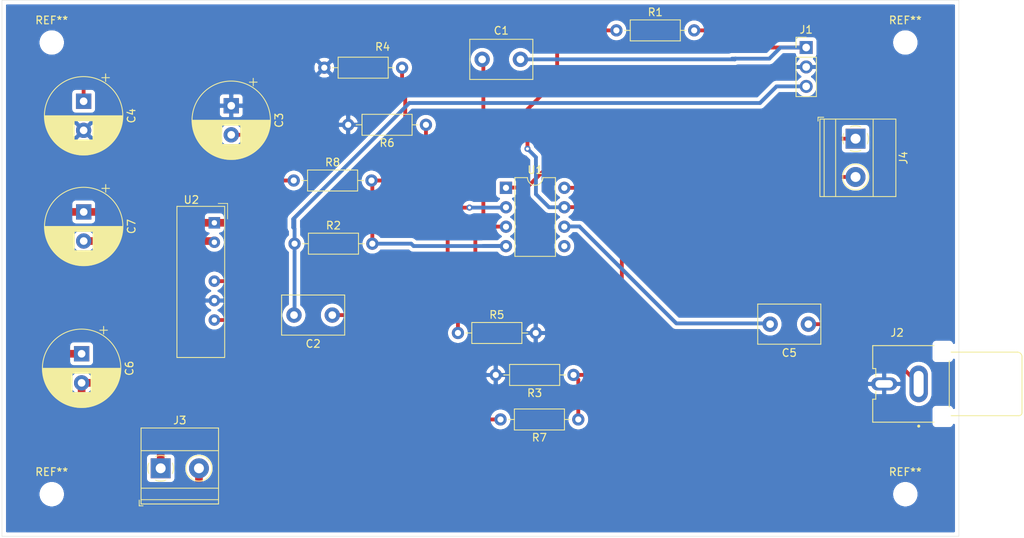
<source format=kicad_pcb>
(kicad_pcb (version 20171130) (host pcbnew 5.99.0+really5.1.10+dfsg1-1)
  (layers (0 F.Cu signal) (31 B.Cu signal) (34 B.Paste user) (35 F.Paste user) (36 B.SilkS user) (37 F.SilkS user) (38 B.Mask user) (39 F.Mask user) (44 Edge.Cuts user))
  (net 0 "")
  (net 1 "Net-(C1-Pad2)")
  (net 2 "Net-(C1-Pad1)")
  (net 3 "Net-(C2-Pad2)")
  (net 4 "Net-(C2-Pad1)")
  (net 5 -15V)
  (net 6 GND)
  (net 7 +15V)
  (net 8 "Net-(C5-Pad2)")
  (net 9 "Net-(C5-Pad1)")
  (net 10 "Net-(C6-Pad2)")
  (net 11 "Net-(C6-Pad1)")
  (net 12 "Net-(R7-Pad2)")
  (net 13 "Net-(R8-Pad1)")
  (net 14 "Net-(J4-Pad1)")
  (net 15 "Net-(J4-Pad2)")
  (net 16 "Net-(U1-Pad5)")
  (module Resistor_THT:R_Axial_DIN0207_L6.3mm_D2.5mm_P10.16mm_Horizontal (layer F.Cu) (at 120.10136 48.79086)
    (fp_text reference R4 (at 7.62 -2.72) (layer F.SilkS))
    (fp_text value 2.2K)
    (pad 2 thru_hole oval (at 10.16 0) (size 1.6 1.6) (drill 0.8) (layers *.Cu *.Mask) (net 5 -15V))
    (pad 1 thru_hole circle (at 0 0) (size 1.6 1.6) (drill 0.8) (layers *.Cu *.Mask) (net 6 GND))
  )
  (module Connector_PinHeader_2.54mm:PinHeader_1x03_P2.54mm_Vertical (layer F.Cu) (at 183.04764 46.15434)
    (fp_text reference J1 (at 0 -2.33) (layer F.SilkS))
    (fp_text value Conn_01x03)
    (pad 1 thru_hole rect (at 0 0) (size 1.7 1.7) (drill 1) (layers *.Cu *.Mask) (net 1 "Net-(C1-Pad2)"))
    (pad 2 thru_hole oval (at 0 2.54) (size 1.7 1.7) (drill 1) (layers *.Cu *.Mask) (net 6 GND))
    (pad 3 thru_hole oval (at 0 5.08) (size 1.7 1.7) (drill 1) (layers *.Cu *.Mask) (net 3 "Net-(C2-Pad2)"))
  )
  (module MountingHole:MountingHole_2.2mm_M2_DIN965 (layer F.Cu) (at 196 45.5)
    (fp_text reference REF** (at 0 -2.9) (layer F.SilkS))
    (fp_text value MountingHole_2.2mm_M2_DIN965)
    (pad 1 np_thru_hole circle (at 0 0) (size 2.2 2.2) (drill 2.2) (layers *.Cu *.Mask))
  )
  (module MountingHole:MountingHole_2.2mm_M2_DIN965 (layer F.Cu) (at 196 104.5)
    (fp_text reference REF** (at 0 -2.9) (layer F.SilkS))
    (fp_text value MountingHole_2.2mm_M2_DIN965)
    (pad 1 np_thru_hole circle (at 0 0) (size 2.2 2.2) (drill 2.2) (layers *.Cu *.Mask))
  )
  (module rca:CUI_RCJ-042 (layer F.Cu) (at 201.73696 90.09634)
    (fp_text reference J2 (at -6.814975 -6.686895) (layer F.SilkS) (effects (font (size 1.007819 1.007819))))
    (fp_text value Conn_Coaxial)
    (fp_line (start 0 3.35) (end -1.7 3.35) (layer Edge.Cuts) (width 0.0001))
    (fp_line (start 0 5.15) (end 0 3.35) (layer Edge.Cuts) (width 0.0001))
    (fp_line (start -1.7 5.15) (end 0 5.15) (layer Edge.Cuts) (width 0.0001))
    (fp_line (start -1.7 3.35) (end -1.7 5.15) (layer Edge.Cuts) (width 0.0001))
    (fp_line (start 0 -5.15) (end -1.7 -5.15) (layer Edge.Cuts) (width 0.0001))
    (fp_line (start 0 -3.35) (end 0 -5.15) (layer Edge.Cuts) (width 0.0001))
    (fp_line (start -1.7 -3.35) (end 0 -3.35) (layer Edge.Cuts) (width 0.0001))
    (fp_line (start -1.7 -5.15) (end -1.7 -3.35) (layer Edge.Cuts) (width 0.0001))
    (pad 1 thru_hole oval (at -4 0) (size 2.4 4.8) (drill oval 1.3 3.4) (layers *.Cu *.Mask) (net 9 "Net-(C5-Pad1)"))
    (pad 2 thru_hole oval (at -8.5 0) (size 3.4 1.7) (drill oval 2.3 1) (layers *.Cu *.Mask) (net 6 GND))
  )
  (module MountingHole:MountingHole_2.2mm_M2_DIN965 (layer F.Cu) (at 84.5 104.5)
    (fp_text reference REF** (at 0 -2.9) (layer F.SilkS))
    (fp_text value MountingHole_2.2mm_M2_DIN965)
    (pad 1 np_thru_hole circle (at 0 0) (size 2.2 2.2) (drill 2.2) (layers *.Cu *.Mask))
  )
  (module MountingHole:MountingHole_2.2mm_M2_DIN965 (layer F.Cu) (at 84.5 45.5)
    (fp_text reference REF** (at 0 -2.9) (layer F.SilkS))
    (fp_text value MountingHole_2.2mm_M2_DIN965)
    (pad 1 np_thru_hole circle (at 0 0) (size 2.2 2.2) (drill 2.2) (layers *.Cu *.Mask))
  )
  (module Capacitor_THT:CP_Radial_D10.0mm_P3.80mm (layer F.Cu) (at 88.40216 86.15934 270)
    (fp_text reference C6 (at 1.9 -6.25 90) (layer F.SilkS))
    (fp_text value 2200uF)
    (pad 1 thru_hole rect (at 0 0 270) (size 2 2) (drill 1) (layers *.Cu *.Mask) (net 11 "Net-(C6-Pad1)"))
    (pad 2 thru_hole circle (at 3.8 0 270) (size 2 2) (drill 1) (layers *.Cu *.Mask) (net 10 "Net-(C6-Pad2)"))
  )
  (module Capacitor_THT:CP_Radial_D10.0mm_P3.80mm (layer F.Cu) (at 88.67394 67.63258 270)
    (fp_text reference C7 (at 1.9 -6.25 90) (layer F.SilkS))
    (fp_text value 2200uF)
    (pad 2 thru_hole circle (at 3.8 0 270) (size 2 2) (drill 1) (layers *.Cu *.Mask) (net 10 "Net-(C6-Pad2)"))
    (pad 1 thru_hole rect (at 0 0 270) (size 2 2) (drill 1) (layers *.Cu *.Mask) (net 11 "Net-(C6-Pad1)"))
  )
  (module TerminalBlock_Phoenix:TerminalBlock_Phoenix_MKDS-1,5-2_1x02_P5.00mm_Horizontal (layer F.Cu) (at 189.4967 58.06694 270)
    (fp_text reference J4 (at 2.5 -6.26 90) (layer F.SilkS))
    (fp_text value Conn_01x02)
    (pad 1 thru_hole rect (at 0 0 270) (size 2.6 2.6) (drill 1.3) (layers *.Cu *.Mask) (net 14 "Net-(J4-Pad1)"))
    (pad 2 thru_hole circle (at 5 0 270) (size 2.6 2.6) (drill 1.3) (layers *.Cu *.Mask) (net 15 "Net-(J4-Pad2)"))
  )
  (module Converter_DCDC:Converter_DCDC_muRata_NMAxxxxSC_THT (layer F.Cu) (at 105.7402 69.05244)
    (fp_text reference U2 (at -3 -3) (layer F.SilkS))
    (fp_text value NMA0515SC)
    (pad 1 thru_hole rect (at 0 0) (size 1.5 1.5) (drill 0.7) (layers *.Cu *.Mask) (net 11 "Net-(C6-Pad1)"))
    (pad 2 thru_hole oval (at 0 2.54) (size 1.5 1.5) (drill 0.7) (layers *.Cu *.Mask) (net 10 "Net-(C6-Pad2)"))
    (pad 4 thru_hole oval (at 0 7.62) (size 1.5 1.5) (drill 0.7) (layers *.Cu *.Mask) (net 13 "Net-(R8-Pad1)"))
    (pad 5 thru_hole oval (at 0 10.16) (size 1.5 1.5) (drill 0.7) (layers *.Cu *.Mask) (net 6 GND))
    (pad 6 thru_hole oval (at 0 12.7) (size 1.5 1.5) (drill 0.7) (layers *.Cu *.Mask) (net 12 "Net-(R7-Pad2)"))
  )
  (module Capacitor_THT:CP_Radial_D10.0mm_P3.80mm (layer F.Cu) (at 107.94746 53.7591 270)
    (fp_text reference C3 (at 1.9 -6.25 90) (layer F.SilkS))
    (fp_text value 2200uF)
    (pad 1 thru_hole rect (at 0 0 270) (size 2 2) (drill 1) (layers *.Cu *.Mask) (net 6 GND))
    (pad 2 thru_hole circle (at 3.8 0 270) (size 2 2) (drill 1) (layers *.Cu *.Mask) (net 5 -15V))
  )
  (module Capacitor_THT:CP_Radial_D10.0mm_P3.80mm (layer F.Cu) (at 88.66378 53.1749 270)
    (fp_text reference C4 (at 1.9 -6.25 90) (layer F.SilkS))
    (fp_text value 2200uF)
    (pad 2 thru_hole circle (at 3.8 0 270) (size 2 2) (drill 1) (layers *.Cu *.Mask) (net 6 GND))
    (pad 1 thru_hole rect (at 0 0 270) (size 2 2) (drill 1) (layers *.Cu *.Mask) (net 7 +15V))
  )
  (module TerminalBlock_Phoenix:TerminalBlock_Phoenix_MKDS-1,5-2_1x02_P5.00mm_Horizontal (layer F.Cu) (at 98.7298 101.1174)
    (fp_text reference J3 (at 2.5 -6.26) (layer F.SilkS))
    (fp_text value Conn_01x02)
    (pad 1 thru_hole rect (at 0 0) (size 2.6 2.6) (drill 1.3) (layers *.Cu *.Mask) (net 11 "Net-(C6-Pad1)"))
    (pad 2 thru_hole circle (at 5 0) (size 2.6 2.6) (drill 1.3) (layers *.Cu *.Mask) (net 10 "Net-(C6-Pad2)"))
  )
  (module Package_DIP:DIP-8_W7.62mm (layer F.Cu) (at 143.83258 64.48298)
    (fp_text reference U1 (at 3.81 -2.33) (layer F.SilkS))
    (fp_text value THAT1512)
    (pad 1 thru_hole rect (at 0 0) (size 1.6 1.6) (drill 0.8) (layers *.Cu *.Mask) (net 14 "Net-(J4-Pad1)"))
    (pad 5 thru_hole oval (at 7.62 7.62) (size 1.6 1.6) (drill 0.8) (layers *.Cu *.Mask) (net 16 "Net-(U1-Pad5)"))
    (pad 2 thru_hole oval (at 0 2.54) (size 1.6 1.6) (drill 0.8) (layers *.Cu *.Mask) (net 4 "Net-(C2-Pad1)"))
    (pad 6 thru_hole oval (at 7.62 5.08) (size 1.6 1.6) (drill 0.8) (layers *.Cu *.Mask) (net 8 "Net-(C5-Pad2)"))
    (pad 3 thru_hole oval (at 0 5.08) (size 1.6 1.6) (drill 0.8) (layers *.Cu *.Mask) (net 2 "Net-(C1-Pad1)"))
    (pad 7 thru_hole oval (at 7.62 2.54) (size 1.6 1.6) (drill 0.8) (layers *.Cu *.Mask) (net 7 +15V))
    (pad 4 thru_hole oval (at 0 7.62) (size 1.6 1.6) (drill 0.8) (layers *.Cu *.Mask) (net 5 -15V))
    (pad 8 thru_hole oval (at 7.62 0) (size 1.6 1.6) (drill 0.8) (layers *.Cu *.Mask) (net 15 "Net-(J4-Pad2)"))
  )
  (module Capacitor_THT:C_Disc_D8.0mm_W5.0mm_P5.00mm (layer F.Cu) (at 140.72108 47.70374)
    (fp_text reference C1 (at 2.5 -3.75) (layer F.SilkS))
    (fp_text value 22uF)
    (pad 2 thru_hole circle (at 5 0) (size 2 2) (drill 1) (layers *.Cu *.Mask) (net 1 "Net-(C1-Pad2)"))
    (pad 1 thru_hole circle (at 0 0) (size 2 2) (drill 1) (layers *.Cu *.Mask) (net 2 "Net-(C1-Pad1)"))
  )
  (module Capacitor_THT:C_Disc_D8.0mm_W5.0mm_P5.00mm (layer F.Cu) (at 121.1453 81.10728 180)
    (fp_text reference C2 (at 2.5 -3.75) (layer F.SilkS))
    (fp_text value 22uF)
    (pad 1 thru_hole circle (at 0 0 180) (size 2 2) (drill 1) (layers *.Cu *.Mask) (net 4 "Net-(C2-Pad1)"))
    (pad 2 thru_hole circle (at 5 0 180) (size 2 2) (drill 1) (layers *.Cu *.Mask) (net 3 "Net-(C2-Pad2)"))
  )
  (module Capacitor_THT:C_Disc_D8.0mm_W5.0mm_P5.00mm (layer F.Cu) (at 183.3372 82.29092 180)
    (fp_text reference C5 (at 2.5 -3.75) (layer F.SilkS))
    (fp_text value 22uF)
    (pad 1 thru_hole circle (at 0 0 180) (size 2 2) (drill 1) (layers *.Cu *.Mask) (net 9 "Net-(C5-Pad1)"))
    (pad 2 thru_hole circle (at 5 0 180) (size 2 2) (drill 1) (layers *.Cu *.Mask) (net 8 "Net-(C5-Pad2)"))
  )
  (module Resistor_THT:R_Axial_DIN0207_L6.3mm_D2.5mm_P10.16mm_Horizontal (layer F.Cu) (at 158.25724 43.9166)
    (fp_text reference R1 (at 5.08 -2.37) (layer F.SilkS))
    (fp_text value 2.2K)
    (pad 1 thru_hole circle (at 0 0) (size 1.6 1.6) (drill 0.8) (layers *.Cu *.Mask) (net 7 +15V))
    (pad 2 thru_hole oval (at 10.16 0) (size 1.6 1.6) (drill 0.8) (layers *.Cu *.Mask) (net 1 "Net-(C1-Pad2)"))
  )
  (module Resistor_THT:R_Axial_DIN0207_L6.3mm_D2.5mm_P10.16mm_Horizontal (layer F.Cu) (at 116.2177 71.7804)
    (fp_text reference R2 (at 5.08 -2.37) (layer F.SilkS))
    (fp_text value 2.2K)
    (pad 1 thru_hole circle (at 0 0) (size 1.6 1.6) (drill 0.8) (layers *.Cu *.Mask) (net 3 "Net-(C2-Pad2)"))
    (pad 2 thru_hole oval (at 10.16 0) (size 1.6 1.6) (drill 0.8) (layers *.Cu *.Mask) (net 5 -15V))
  )
  (module Resistor_THT:R_Axial_DIN0207_L6.3mm_D2.5mm_P10.16mm_Horizontal (layer F.Cu) (at 152.65654 88.92286 180)
    (fp_text reference R3 (at 5.08 -2.37) (layer F.SilkS))
    (fp_text value 2.2K)
    (pad 2 thru_hole oval (at 10.16 0 180) (size 1.6 1.6) (drill 0.8) (layers *.Cu *.Mask) (net 6 GND))
    (pad 1 thru_hole circle (at 0 0 180) (size 1.6 1.6) (drill 0.8) (layers *.Cu *.Mask) (net 7 +15V))
  )
  (module Resistor_THT:R_Axial_DIN0207_L6.3mm_D2.5mm_P10.16mm_Horizontal (layer F.Cu) (at 137.55878 83.44408)
    (fp_text reference R5 (at 5.08 -2.37) (layer F.SilkS))
    (fp_text value 3.9K)
    (pad 2 thru_hole oval (at 10.16 0) (size 1.6 1.6) (drill 0.8) (layers *.Cu *.Mask) (net 6 GND))
    (pad 1 thru_hole circle (at 0 0) (size 1.6 1.6) (drill 0.8) (layers *.Cu *.Mask) (net 2 "Net-(C1-Pad1)"))
  )
  (module Resistor_THT:R_Axial_DIN0207_L6.3mm_D2.5mm_P10.16mm_Horizontal (layer F.Cu) (at 133.38048 56.25084 180)
    (fp_text reference R6 (at 5.08 -2.37) (layer F.SilkS))
    (fp_text value 3.9K)
    (pad 1 thru_hole circle (at 0 0 180) (size 1.6 1.6) (drill 0.8) (layers *.Cu *.Mask) (net 4 "Net-(C2-Pad1)"))
    (pad 2 thru_hole oval (at 10.16 0 180) (size 1.6 1.6) (drill 0.8) (layers *.Cu *.Mask) (net 6 GND))
  )
  (module Resistor_THT:R_Axial_DIN0207_L6.3mm_D2.5mm_P10.16mm_Horizontal (layer F.Cu) (at 153.27884 94.73946 180)
    (fp_text reference R7 (at 5.08 -2.37) (layer F.SilkS))
    (fp_text value 100)
    (pad 1 thru_hole circle (at 0 0 180) (size 1.6 1.6) (drill 0.8) (layers *.Cu *.Mask) (net 7 +15V))
    (pad 2 thru_hole oval (at 10.16 0 180) (size 1.6 1.6) (drill 0.8) (layers *.Cu *.Mask) (net 12 "Net-(R7-Pad2)"))
  )
  (module Resistor_THT:R_Axial_DIN0207_L6.3mm_D2.5mm_P10.16mm_Horizontal (layer F.Cu) (at 116.10848 63.52794)
    (fp_text reference R8 (at 5.08 -2.37) (layer F.SilkS))
    (fp_text value 100)
    (pad 2 thru_hole oval (at 10.16 0) (size 1.6 1.6) (drill 0.8) (layers *.Cu *.Mask) (net 5 -15V))
    (pad 1 thru_hole circle (at 0 0) (size 1.6 1.6) (drill 0.8) (layers *.Cu *.Mask) (net 13 "Net-(R8-Pad1)"))
  )
  (gr_line (start 203 110) (end 203 40) (layer Edge.Cuts) (width 0.05))
  (gr_text -15 (at 111.10722 77.6097) (layer F.Cu) (effects (font (size 1.5 1.5) (thickness 0.3))))
  (gr_text +15 (at 113.77168 87.62238) (layer F.Cu) (effects (font (size 1.5 1.5) (thickness 0.3))))
  (gr_text "DIY PERKS MICROPHONE AMP" (at 149.29866 102.59822) (layer F.Cu) (effects (font (size 1.5 1.5) (thickness 0.3))))
  (gr_text - (at 109.03966 98.21164) (layer F.Cu) (effects (font (size 1.5 1.5) (thickness 0.3))))
  (gr_text + (at 93.4593 98.11004) (layer F.Cu) (effects (font (size 1.5 1.5) (thickness 0.3))))
  (gr_line (start 78 110) (end 78 40) (layer Edge.Cuts) (width 0.05))
  (gr_line (start 203 110) (end 78 110) (layer Edge.Cuts) (width 0.05))
  (gr_line (start 78 40) (end 203 40) (layer Edge.Cuts) (width 0.05))
  (gr_text "Power In" (at 114.94262 102.96652) (layer F.Cu) (effects (font (size 1.5 1.5) (thickness 0.3))))
  (gr_text "Audio Output" (at 193.54292 78.73492) (layer F.Cu) (effects (font (size 1.5 1.5) (thickness 0.3))))
  (gr_text "Vol Adjust\n" (at 190.92164 69.49694) (layer F.Cu) (effects (font (size 1.5 1.5) (thickness 0.3))))
  (gr_text "Mic In" (at 189.98184 49.87798) (layer F.Cu) (effects (font (size 1.5 1.5) (thickness 0.3))))
  (segment (start 179.68468 46.15434) (end 183.04764 46.15434) (width 0.5) (layer B.Cu) (net 1))
  (segment (start 178.22672 47.6123) (end 179.68468 46.15434) (width 0.5) (layer B.Cu) (net 1))
  (segment (start 177.19294 46.15434) (end 183.04764 46.15434) (width 0.5) (layer F.Cu) (net 1))
  (segment (start 174.9552 43.9166) (end 177.19294 46.15434) (width 0.5) (layer F.Cu) (net 1))
  (segment (start 173.72076 47.70374) (end 173.8122 47.6123) (width 0.5) (layer B.Cu) (net 1))
  (segment (start 145.72108 47.70374) (end 173.72076 47.70374) (width 0.5) (layer B.Cu) (net 1))
  (segment (start 173.8122 47.6123) (end 178.22672 47.6123) (width 0.5) (layer B.Cu) (net 1))
  (segment (start 173.35754 47.6123) (end 173.8122 47.6123) (width 0.5) (layer B.Cu) (net 1))
  (segment (start 168.41724 43.9166) (end 173.82744 43.9166) (width 0.5) (layer F.Cu) (net 1))
  (segment (start 173.82744 43.9166) (end 174.9552 43.9166) (width 0.5) (layer F.Cu) (net 1))
  (segment (start 170.95724 43.9166) (end 173.82744 43.9166) (width 0.5) (layer F.Cu) (net 1))
  (segment (start 137.55878 83.44408) (end 137.55878 80.4926) (width 0.5) (layer F.Cu) (net 2))
  (segment (start 137.55878 80.4926) (end 139.83208 78.2193) (width 0.5) (layer F.Cu) (net 2))
  (segment (start 139.83208 78.2193) (end 139.83208 70.52056) (width 0.5) (layer F.Cu) (net 2))
  (segment (start 143.43634 69.28612) (end 143.68018 69.52996) (width 0.5) (layer F.Cu) (net 2))
  (segment (start 140.90142 69.54774) (end 143.8529 69.54774) (width 0.5) (layer F.Cu) (net 2))
  (segment (start 140.87856 69.52488) (end 140.90142 69.54774) (width 0.5) (layer F.Cu) (net 2))
  (segment (start 140.87856 57.8739) (end 140.87856 69.52488) (width 0.5) (layer F.Cu) (net 2))
  (segment (start 140.80744 57.80278) (end 140.87856 57.8739) (width 0.5) (layer F.Cu) (net 2))
  (segment (start 139.88288 70.52056) (end 140.87856 69.52488) (width 0.5) (layer F.Cu) (net 2))
  (segment (start 139.83208 70.52056) (end 139.88288 70.52056) (width 0.5) (layer F.Cu) (net 2))
  (segment (start 140.87856 47.86122) (end 140.72108 47.70374) (width 0.5) (layer F.Cu) (net 2))
  (segment (start 140.87856 57.8739) (end 140.87856 47.86122) (width 0.5) (layer F.Cu) (net 2))
  (segment (start 116.19484 69.57568) (end 116.19484 68.4149) (width 0.5) (layer B.Cu) (net 3))
  (segment (start 116.2177 71.7804) (end 116.2177 69.82714) (width 0.5) (layer B.Cu) (net 3))
  (segment (start 116.2177 69.82714) (end 116.0399 69.64934) (width 0.5) (layer B.Cu) (net 3))
  (segment (start 116.0399 68.56984) (end 117.18671 67.42303) (width 0.5) (layer B.Cu) (net 3))
  (segment (start 116.0399 69.64934) (end 116.0399 68.56984) (width 0.5) (layer B.Cu) (net 3))
  (segment (start 116.19484 68.4149) (end 117.18671 67.42303) (width 0.5) (layer B.Cu) (net 3))
  (segment (start 116.1434 71.8547) (end 116.2177 71.7804) (width 0.5) (layer F.Cu) (net 3))
  (segment (start 179.17922 51.23434) (end 183.04764 51.23434) (width 0.5) (layer B.Cu) (net 3))
  (segment (start 177.009841 53.403719) (end 179.17922 51.23434) (width 0.5) (layer B.Cu) (net 3))
  (segment (start 131.206021 53.403719) (end 177.009841 53.403719) (width 0.5) (layer B.Cu) (net 3))
  (segment (start 117.18671 67.42303) (end 131.206021 53.403719) (width 0.5) (layer B.Cu) (net 3))
  (segment (start 116.2177 81.03488) (end 116.1453 81.10728) (width 0.5) (layer B.Cu) (net 3))
  (segment (start 116.2177 71.7804) (end 116.2177 81.03488) (width 0.5) (layer B.Cu) (net 3))
  (segment (start 133.7183 75.6412) (end 129.65938 75.6412) (width 0.5) (layer F.Cu) (net 4))
  (segment (start 127.39751 77.90307) (end 127.20574 78.09484) (width 0.5) (layer F.Cu) (net 4))
  (segment (start 129.65938 75.6412) (end 127.39751 77.90307) (width 0.5) (layer F.Cu) (net 4))
  (segment (start 134.06628 75.6412) (end 134.22122 75.6412) (width 0.5) (layer F.Cu) (net 4))
  (segment (start 134.3152 75.6412) (end 134.06628 75.6412) (width 0.5) (layer F.Cu) (net 4))
  (segment (start 134.06628 75.6412) (end 133.7183 75.6412) (width 0.5) (layer F.Cu) (net 4))
  (segment (start 134.22122 75.6412) (end 136.21766 73.64476) (width 0.5) (layer F.Cu) (net 4))
  (segment (start 139.05992 67.07378) (end 139.06754 67.06616) (width 0.5) (layer F.Cu) (net 4))
  (segment (start 136.21766 67.07378) (end 139.05992 67.07378) (width 0.5) (layer F.Cu) (net 4))
  (via (at 139.06754 67.06616) (size 0.8) (drill 0.4) (layers F.Cu B.Cu) (net 4))
  (segment (start 143.7894 67.06616) (end 143.83258 67.02298) (width 0.5) (layer B.Cu) (net 4))
  (segment (start 139.06754 67.06616) (end 143.7894 67.06616) (width 0.5) (layer B.Cu) (net 4))
  (segment (start 127.34925 77.90307) (end 127.39751 77.90307) (width 0.5) (layer F.Cu) (net 4))
  (segment (start 124.14504 81.10728) (end 127.34925 77.90307) (width 0.5) (layer F.Cu) (net 4))
  (segment (start 121.1453 81.10728) (end 124.14504 81.10728) (width 0.5) (layer F.Cu) (net 4))
  (segment (start 133.38048 56.25084) (end 133.38048 59.2455) (width 0.5) (layer F.Cu) (net 4))
  (segment (start 136.21766 62.08268) (end 136.21766 67.4624) (width 0.5) (layer F.Cu) (net 4))
  (segment (start 133.38048 59.2455) (end 136.21766 62.08268) (width 0.5) (layer F.Cu) (net 4))
  (segment (start 136.21766 67.4624) (end 136.21766 67.07378) (width 0.5) (layer F.Cu) (net 4))
  (segment (start 136.21766 73.64476) (end 136.21766 67.4624) (width 0.5) (layer F.Cu) (net 4))
  (segment (start 115.554541 55.095359) (end 117.70868 52.94122) (width 0.5) (layer F.Cu) (net 5))
  (segment (start 115.465641 55.095359) (end 115.554541 55.095359) (width 0.5) (layer F.Cu) (net 5))
  (segment (start 113.0019 57.5591) (end 115.465641 55.095359) (width 0.5) (layer F.Cu) (net 5))
  (segment (start 107.94746 57.5591) (end 113.0019 57.5591) (width 0.5) (layer F.Cu) (net 5))
  (segment (start 140.85062 72.06996) (end 143.68018 72.06996) (width 0.5) (layer B.Cu) (net 5))
  (segment (start 143.8529 72.08774) (end 131.76504 72.08774) (width 0.5) (layer B.Cu) (net 5))
  (segment (start 117.70868 52.94122) (end 117.73916 52.94122) (width 0.5) (layer F.Cu) (net 5))
  (segment (start 117.73916 52.94122) (end 118.18112 52.49926) (width 0.5) (layer F.Cu) (net 5))
  (segment (start 130.67284 52.50688) (end 130.66522 52.49926) (width 0.5) (layer F.Cu) (net 5))
  (segment (start 126.3777 63.63716) (end 126.26848 63.52794) (width 0.5) (layer F.Cu) (net 5))
  (segment (start 126.3777 71.7804) (end 126.3777 63.63716) (width 0.5) (layer F.Cu) (net 5))
  (segment (start 129.1209 63.52794) (end 130.67284 61.976) (width 0.5) (layer F.Cu) (net 5))
  (segment (start 126.26848 63.52794) (end 129.1209 63.52794) (width 0.5) (layer F.Cu) (net 5))
  (segment (start 131.4577 71.7804) (end 131.76504 72.08774) (width 0.5) (layer B.Cu) (net 5))
  (segment (start 126.3777 71.7804) (end 131.4577 71.7804) (width 0.5) (layer B.Cu) (net 5))
  (segment (start 130.26136 52.0954) (end 130.67284 52.50688) (width 0.5) (layer F.Cu) (net 5))
  (segment (start 130.26136 48.79086) (end 130.26136 52.0954) (width 0.5) (layer F.Cu) (net 5))
  (segment (start 130.5687 52.49926) (end 130.67284 52.6034) (width 0.5) (layer F.Cu) (net 5))
  (segment (start 118.18112 52.49926) (end 130.5687 52.49926) (width 0.5) (layer F.Cu) (net 5))
  (segment (start 130.67284 52.6034) (end 130.67284 52.50688) (width 0.5) (layer F.Cu) (net 5))
  (segment (start 130.67284 61.976) (end 130.67284 52.6034) (width 0.5) (layer F.Cu) (net 5))
  (segment (start 107.69282 53.50446) (end 107.94746 53.7591) (width 0.25) (layer F.Cu) (net 6))
  (segment (start 163.25722 92.35568) (end 163.52648 92.35568) (width 0.25) (layer B.Cu) (net 6))
  (segment (start 106.12374 78.8289) (end 105.7402 79.21244) (width 0.25) (layer F.Cu) (net 6))
  (segment (start 157.51998 67.00774) (end 158.9672 68.45496) (width 0.5) (layer F.Cu) (net 7))
  (segment (start 151.4729 67.00774) (end 157.51998 67.00774) (width 0.5) (layer F.Cu) (net 7))
  (via (at 146.64182 59.3852) (size 0.8) (drill 0.4) (layers F.Cu B.Cu) (net 7))
  (segment (start 88.66378 48.51146) (end 92.59316 44.58208) (width 0.5) (layer F.Cu) (net 7))
  (segment (start 88.66378 53.1749) (end 88.66378 48.51146) (width 0.5) (layer F.Cu) (net 7))
  (segment (start 158.9672 68.5686) (end 158.9672 68.45496) (width 0.5) (layer F.Cu) (net 7))
  (segment (start 158.9672 84.8093) (end 158.9672 68.45496) (width 0.5) (layer F.Cu) (net 7))
  (segment (start 146.64182 59.3852) (end 147.74418 60.48756) (width 0.5) (layer B.Cu) (net 7))
  (segment (start 144.41678 42.68216) (end 94.49308 42.68216) (width 0.5) (layer F.Cu) (net 7))
  (segment (start 146.39036 44.65574) (end 144.41678 42.68216) (width 0.5) (layer F.Cu) (net 7))
  (segment (start 94.49308 42.68216) (end 92.59316 44.58208) (width 0.5) (layer F.Cu) (net 7))
  (segment (start 146.64182 57.80024) (end 146.39036 57.54878) (width 0.5) (layer F.Cu) (net 7))
  (segment (start 146.64182 59.3852) (end 146.64182 57.80024) (width 0.5) (layer F.Cu) (net 7))
  (segment (start 155.01112 43.9166) (end 158.25724 43.9166) (width 0.5) (layer F.Cu) (net 7))
  (segment (start 154.27198 44.65574) (end 155.01112 43.9166) (width 0.5) (layer F.Cu) (net 7))
  (segment (start 147.74418 60.48756) (end 147.74418 65.31102) (width 0.5) (layer B.Cu) (net 7))
  (segment (start 149.45614 67.02298) (end 151.45258 67.02298) (width 0.5) (layer B.Cu) (net 7))
  (segment (start 147.74418 65.31102) (end 149.45614 67.02298) (width 0.5) (layer B.Cu) (net 7))
  (segment (start 153.27884 89.54516) (end 152.65654 88.92286) (width 0.5) (layer F.Cu) (net 7))
  (segment (start 153.27884 94.73946) (end 153.27884 89.54516) (width 0.5) (layer F.Cu) (net 7))
  (segment (start 154.85364 88.92286) (end 158.9672 84.8093) (width 0.5) (layer F.Cu) (net 7))
  (segment (start 152.65654 88.92286) (end 154.85364 88.92286) (width 0.5) (layer F.Cu) (net 7))
  (segment (start 146.39036 57.54878) (end 146.39036 54.4703) (width 0.5) (layer F.Cu) (net 7))
  (segment (start 150.51786 50.3428) (end 150.51786 44.65574) (width 0.5) (layer F.Cu) (net 7))
  (segment (start 146.39036 54.4703) (end 150.51786 50.3428) (width 0.5) (layer F.Cu) (net 7))
  (segment (start 150.51786 44.65574) (end 154.27198 44.65574) (width 0.5) (layer F.Cu) (net 7))
  (segment (start 146.39036 44.65574) (end 150.51786 44.65574) (width 0.5) (layer F.Cu) (net 7))
  (segment (start 178.2972 82.1944) (end 166.26586 82.1944) (width 0.5) (layer B.Cu) (net 8))
  (segment (start 166.08806 82.1944) (end 166.26586 82.1944) (width 0.25) (layer B.Cu) (net 8))
  (segment (start 153.42362 69.52996) (end 166.08806 82.1944) (width 0.5) (layer B.Cu) (net 8))
  (segment (start 151.30018 69.52996) (end 153.42362 69.52996) (width 0.5) (layer B.Cu) (net 8))
  (segment (start 194.3735 85.73008) (end 194.3735 86.73288) (width 0.5) (layer F.Cu) (net 9))
  (segment (start 194.3735 86.73288) (end 197.73696 90.09634) (width 0.5) (layer F.Cu) (net 9))
  (segment (start 183.3372 82.29092) (end 190.93434 82.29092) (width 0.5) (layer F.Cu) (net 9))
  (segment (start 190.94196 82.29854) (end 194.3735 85.73008) (width 0.5) (layer F.Cu) (net 9))
  (segment (start 190.93434 82.29092) (end 190.94196 82.29854) (width 0.5) (layer F.Cu) (net 9))
  (segment (start 190.83782 82.1944) (end 190.94196 82.29854) (width 0.5) (layer F.Cu) (net 9))
  (segment (start 94.74708 71.59244) (end 94.79534 71.59244) (width 0.25) (layer F.Cu) (net 10))
  (segment (start 88.8338 71.59244) (end 88.67394 71.43258) (width 0.25) (layer F.Cu) (net 10))
  (segment (start 94.37624 71.59244) (end 94.57182 71.59244) (width 0.25) (layer F.Cu) (net 10))
  (segment (start 94.57182 71.59244) (end 94.74708 71.59244) (width 0.25) (layer F.Cu) (net 10))
  (segment (start 94.73184 71.65594) (end 94.79534 71.59244) (width 0.25) (layer F.Cu) (net 10))
  (segment (start 105.58034 71.43258) (end 105.7402 71.59244) (width 1) (layer F.Cu) (net 10))
  (segment (start 88.40216 89.95934) (end 90.67784 89.95934) (width 1) (layer F.Cu) (net 10))
  (segment (start 90.67784 89.95934) (end 95.8061 84.83108) (width 1) (layer F.Cu) (net 10))
  (segment (start 95.8061 84.83108) (end 95.8061 71.43258) (width 1) (layer F.Cu) (net 10))
  (segment (start 95.8061 71.43258) (end 105.58034 71.43258) (width 1) (layer F.Cu) (net 10))
  (segment (start 88.67394 71.43258) (end 95.8061 71.43258) (width 1) (layer F.Cu) (net 10))
  (segment (start 88.40216 89.95934) (end 88.40216 100.93706) (width 1) (layer F.Cu) (net 10))
  (segment (start 88.40216 100.93706) (end 93.00972 105.54462) (width 1) (layer F.Cu) (net 10))
  (segment (start 93.00972 105.54462) (end 102.85476 105.54462) (width 1) (layer F.Cu) (net 10))
  (segment (start 103.7298 104.66958) (end 103.7298 101.1174) (width 1) (layer F.Cu) (net 10))
  (segment (start 102.85476 105.54462) (end 103.7298 104.66958) (width 1) (layer F.Cu) (net 10))
  (segment (start 98.60938 98.213) (end 98.60938 77.01384) (width 1) (layer F.Cu) (net 11))
  (segment (start 98.7298 98.33342) (end 98.60938 98.213) (width 0.25) (layer F.Cu) (net 11))
  (segment (start 98.7298 101.1174) (end 98.7298 98.33342) (width 1) (layer F.Cu) (net 11))
  (segment (start 98.60938 77.01384) (end 98.8822 76.74102) (width 0.25) (layer F.Cu) (net 11))
  (segment (start 98.78568 76.83754) (end 98.8822 76.74102) (width 0.25) (layer F.Cu) (net 11))
  (segment (start 107.96524 69.05244) (end 105.7402 69.05244) (width 1) (layer F.Cu) (net 11))
  (segment (start 108.79836 69.50202) (end 108.34878 69.05244) (width 1) (layer F.Cu) (net 11))
  (segment (start 108.79836 72.89038) (end 108.79836 69.50202) (width 1) (layer F.Cu) (net 11))
  (segment (start 108.04398 73.64476) (end 108.79836 72.89038) (width 1) (layer F.Cu) (net 11))
  (segment (start 108.04398 73.90638) (end 108.04398 73.64476) (width 1) (layer F.Cu) (net 11))
  (segment (start 101.71684 73.90638) (end 108.04398 73.90638) (width 1) (layer F.Cu) (net 11))
  (segment (start 108.34878 69.05244) (end 107.96524 69.05244) (width 1) (layer F.Cu) (net 11))
  (segment (start 98.8822 76.74102) (end 101.71684 73.90638) (width 1) (layer F.Cu) (net 11))
  (segment (start 88.67394 67.63258) (end 101.30028 67.63258) (width 1) (layer F.Cu) (net 11))
  (segment (start 102.72014 69.05244) (end 105.7402 69.05244) (width 1) (layer F.Cu) (net 11))
  (segment (start 101.30028 67.63258) (end 102.72014 69.05244) (width 1) (layer F.Cu) (net 11))
  (segment (start 88.67394 67.63258) (end 86.24062 67.63258) (width 1) (layer F.Cu) (net 11))
  (segment (start 86.24062 67.63258) (end 84.44738 69.42582) (width 1) (layer F.Cu) (net 11))
  (segment (start 85.7758 86.15934) (end 88.40216 86.15934) (width 1) (layer F.Cu) (net 11))
  (segment (start 84.44738 84.83092) (end 85.7758 86.15934) (width 1) (layer F.Cu) (net 11))
  (segment (start 84.44738 69.42582) (end 84.44738 84.83092) (width 1) (layer F.Cu) (net 11))
  (segment (start 111.00816 89.67216) (end 116.07546 94.73946) (width 0.5) (layer F.Cu) (net 12))
  (segment (start 111.00816 84.36864) (end 111.00816 89.67216) (width 0.5) (layer F.Cu) (net 12))
  (segment (start 108.39196 81.75244) (end 111.00816 84.36864) (width 0.5) (layer F.Cu) (net 12))
  (segment (start 105.7402 81.75244) (end 108.39196 81.75244) (width 0.5) (layer F.Cu) (net 12))
  (segment (start 116.07546 94.73946) (end 115.86718 94.73946) (width 0.5) (layer F.Cu) (net 12))
  (segment (start 143.11884 94.73946) (end 138.4046 94.73946) (width 0.5) (layer F.Cu) (net 12))
  (segment (start 138.4046 94.73946) (end 137.64768 94.73946) (width 0.5) (layer F.Cu) (net 12))
  (segment (start 137.64768 94.73946) (end 116.07546 94.73946) (width 0.5) (layer F.Cu) (net 12))
  (segment (start 138.03884 94.73946) (end 137.64768 94.73946) (width 0.5) (layer F.Cu) (net 12))
  (segment (start 105.7402 76.67244) (end 108.94568 76.67244) (width 0.5) (layer F.Cu) (net 13))
  (segment (start 108.94568 76.67244) (end 110.88116 74.73696) (width 0.5) (layer F.Cu) (net 13))
  (segment (start 110.88116 74.73696) (end 110.88116 66.2051) (width 0.5) (layer F.Cu) (net 13))
  (segment (start 113.55832 63.52794) (end 116.10848 63.52794) (width 0.5) (layer F.Cu) (net 13))
  (segment (start 110.88116 66.2051) (end 113.55832 63.52794) (width 0.5) (layer F.Cu) (net 13))
  (segment (start 143.68018 64.44996) (end 146.56562 64.44996) (width 0.5) (layer F.Cu) (net 14))
  (segment (start 189.4713 58.04154) (end 189.4967 58.06694) (width 0.5) (layer B.Cu) (net 14))
  (segment (start 146.56562 64.44996) (end 152.84831 58.16727) (width 0.5) (layer F.Cu) (net 14))
  (segment (start 152.84831 58.16727) (end 152.97404 58.04154) (width 0.5) (layer F.Cu) (net 14))
  (segment (start 187.72378 58.06694) (end 189.4967 58.06694) (width 0.5) (layer F.Cu) (net 14))
  (segment (start 152.87752 58.06694) (end 187.72378 58.06694) (width 0.5) (layer F.Cu) (net 14))
  (segment (start 152.84831 58.03773) (end 152.87752 58.06694) (width 0.5) (layer F.Cu) (net 14))
  (segment (start 152.84831 58.16727) (end 152.84831 58.03773) (width 0.5) (layer F.Cu) (net 14))
  (segment (start 184.72532 63.06694) (end 189.4967 63.06694) (width 0.5) (layer F.Cu) (net 15))
  (segment (start 175.6537 64.48298) (end 177.68316 64.48298) (width 0.5) (layer F.Cu) (net 15))
  (segment (start 151.45258 64.48298) (end 175.6537 64.48298) (width 0.5) (layer F.Cu) (net 15))
  (segment (start 175.6537 64.48298) (end 176.0093 64.48298) (width 0.5) (layer F.Cu) (net 15))
  (segment (start 179.0992 63.06694) (end 184.72532 63.06694) (width 0.5) (layer F.Cu) (net 15))
  (segment (start 177.68316 64.48298) (end 179.0992 63.06694) (width 0.5) (layer F.Cu) (net 15))
  (zone (net 6) (net_name GND) (layer B.Cu) (connect_pads (clearance 0.508)) (min_thickness 0.254) (fill yes (arc_segments 32) (thermal_gap 0.508) (thermal_bridge_width 0.508))
    (polygon (pts (xy 202.83932 40.07358) (xy 202.96632 109.855) (xy 77.99578 109.6518) (xy 77.86878 40.12438) (xy 77.74178 39.94912)))
  )
  (zone (net 6) (net_name GND) (layer B.Cu) (connect_pads (clearance 0.508)) (min_thickness 0.254) (fill yes (arc_segments 32) (thermal_gap 0.508) (thermal_bridge_width 0.508))
    (polygon (pts (xy 202.56246 109.88294) (xy 78.12532 109.62894) (xy 78.252042 40.299105) (xy 203.19746 40.04564)))
    (polygon (pts (xy 78.25232 40.14724) (xy 78.252042 40.299105) (xy 77.98816 40.29964) (xy 78.03134 39.96944)))
  )
  (zone (net 6) (net_name GND) (layer B.Cu) (connect_pads (clearance 0.508)) (min_thickness 0.254) (fill yes (arc_segments 32) (thermal_gap 0.508) (thermal_bridge_width 0.508))
    (polygon (pts (xy 78.359 40.06088) (xy 203.40574 40.20312) (xy 202.79614 110.23854) (xy 77.9526 109.62894) (xy 78.1558 40.00246)))
  )
)
</source>
